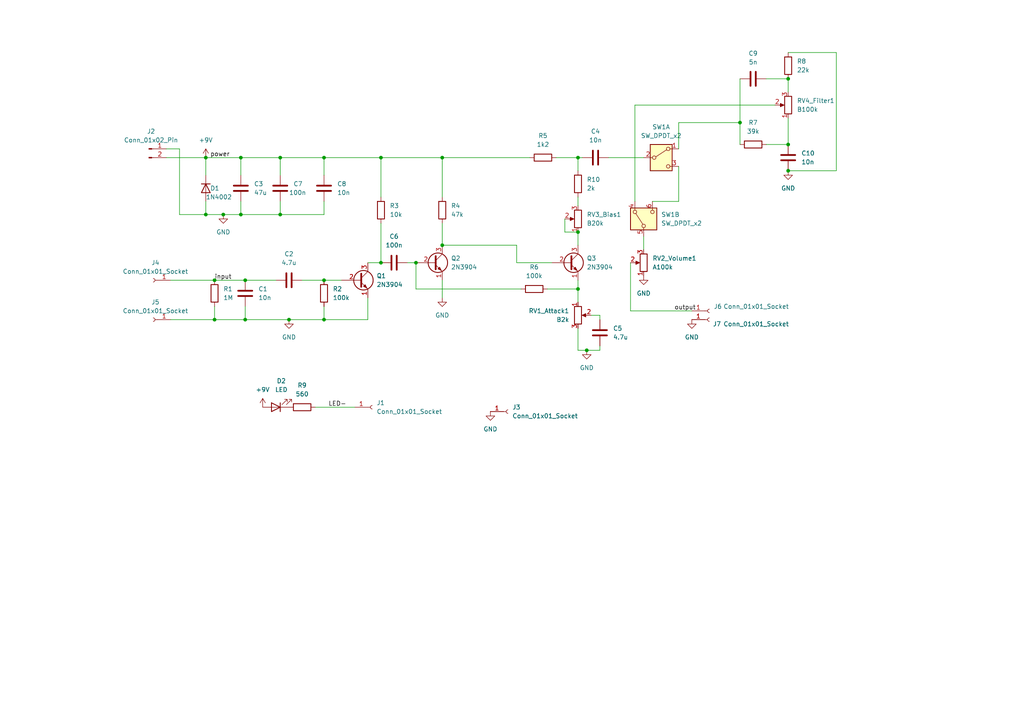
<source format=kicad_sch>
(kicad_sch (version 20231120) (generator "eeschema") (generator_version "8.0")
  (paper "A4")
  (title_block (title "Tone bender fuzz") (date "2024-04-18") (rev "REV 1"))
  (lib_symbols
    (symbol "Connector:Conn_01x01_Socket" (pin_names (offset 1.016) hide)
      (property "Reference" "J" (at 0 2.54 0))
      (property "Value" "Conn_01x01_Socket" (at 0 -2.54 0))
      (symbol "Conn_01x01_Socket_1_1"
        (polyline (pts (xy -1.27 0) (xy -0.508 0)) (stroke (width 0.1524)))
        (arc (start 0 0.508) (mid -0.5058 0) (end 0 -0.508) (stroke (width 0.1524)))
        (pin passive line (at -5.08 0 0) (length 3.81) (name "Pin_1") (number "1"))
      )
    )
    (symbol "Connector:Conn_01x02_Pin" (pin_names (offset 1.016) hide)
      (property "Reference" "J" (at 0 2.54 0))
      (property "Value" "Conn_01x02_Pin" (at 0 -5.08 0))
      (symbol "Conn_01x02_Pin_1_1"
        (polyline (pts (xy 1.27 -2.54) (xy 0.8636 -2.54)) (stroke (width 0.1524)))
        (polyline (pts (xy 1.27 0) (xy 0.8636 0)) (stroke (width 0.1524)))
        (rectangle (start 0.8636 -2.413) (end 0 -2.667) (stroke (width 0.1524)) (fill (type outline)))
        (rectangle (start 0.8636 0.127) (end 0 -0.127) (stroke (width 0.1524)) (fill (type outline)))
        (pin passive line (at 5.08 0 180) (length 3.81) (name "Pin_1") (number "1"))
        (pin passive line (at 5.08 -2.54 180) (length 3.81) (name "Pin_2") (number "2"))
      )
    )
    (symbol "Device:C" (pin_numbers hide) (pin_names (offset 0.254))
      (property "Reference" "C" (at 0.635 2.54 0))
      (property "Value" "C" (at 0.635 -2.54 0))
      (symbol "C_0_1"
        (polyline (pts (xy -2.032 -0.762) (xy 2.032 -0.762)) (stroke (width 0.508)))
        (polyline (pts (xy -2.032 0.762) (xy 2.032 0.762)) (stroke (width 0.508)))
      )
      (symbol "C_1_1"
        (pin passive line (at 0 3.81 270) (length 2.794) (name "~") (number "1"))
        (pin passive line (at 0 -3.81 90) (length 2.794) (name "~") (number "2"))
      )
    )
    (symbol "Device:LED" (pin_numbers hide) (pin_names (offset 1.016) hide)
      (property "Reference" "D" (at 0 2.54 0))
      (property "Value" "LED" (at 0 -2.54 0))
      (symbol "LED_0_1"
        (polyline (pts (xy -1.27 -1.27) (xy -1.27 1.27)) (stroke (width 0.254)))
        (polyline (pts (xy -1.27 0) (xy 1.27 0)))
        (polyline (pts (xy 1.27 -1.27) (xy 1.27 1.27) (xy -1.27 0) (xy 1.27 -1.27)) (stroke (width 0.254)))
        (polyline (pts (xy -3.048 -0.762) (xy -4.572 -2.286) (xy -3.81 -2.286) (xy -4.572 -2.286) (xy -4.572 -1.524)))
        (polyline (pts (xy -1.778 -0.762) (xy -3.302 -2.286) (xy -2.54 -2.286) (xy -3.302 -2.286) (xy -3.302 -1.524)))
      )
      (symbol "LED_1_1"
        (pin passive line (at -3.81 0 0) (length 2.54) (name "K") (number "1"))
        (pin passive line (at 3.81 0 180) (length 2.54) (name "A") (number "2"))
      )
    )
    (symbol "Device:R" (pin_numbers hide) (pin_names (offset 0))
      (property "Reference" "R" (at 2.032 0 90))
      (property "Value" "R" (at 0 0 90))
      (symbol "R_0_1"
        (rectangle (start -1.016 -2.54) (end 1.016 2.54) (stroke (width 0.254)))
      )
      (symbol "R_1_1"
        (pin passive line (at 0 3.81 270) (length 1.27) (name "~") (number "1"))
        (pin passive line (at 0 -3.81 90) (length 1.27) (name "~") (number "2"))
      )
    )
    (symbol "Device:R_Potentiometer" (pin_names (offset 1.016) hide)
      (property "Reference" "RV" (at -4.445 0 90))
      (property "Value" "R_Potentiometer" (at -2.54 0 90))
      (symbol "R_Potentiometer_0_1"
        (polyline (pts (xy 2.54 0) (xy 1.524 0)))
        (polyline (pts (xy 1.143 0) (xy 2.286 0.508) (xy 2.286 -0.508) (xy 1.143 0)) (fill (type outline)))
        (rectangle (start 1.016 2.54) (end -1.016 -2.54) (stroke (width 0.254)))
      )
      (symbol "R_Potentiometer_1_1"
        (pin passive line (at 0 3.81 270) (length 1.27) (name "1") (number "1"))
        (pin passive line (at 3.81 0 180) (length 1.27) (name "2") (number "2"))
        (pin passive line (at 0 -3.81 90) (length 1.27) (name "3") (number "3"))
      )
    )
    (symbol "Diode:1N4002" (pin_numbers hide) (pin_names hide)
      (property "Reference" "D" (at 0 2.54 0))
      (property "Value" "1N4002" (at 0 -2.54 0))
      (symbol "1N4002_0_1"
        (polyline (pts (xy -1.27 1.27) (xy -1.27 -1.27)) (stroke (width 0.254)))
        (polyline (pts (xy 1.27 0) (xy -1.27 0)))
        (polyline (pts (xy 1.27 1.27) (xy 1.27 -1.27) (xy -1.27 0) (xy 1.27 1.27)) (stroke (width 0.254)))
      )
      (symbol "1N4002_1_1"
        (pin passive line (at -3.81 0 0) (length 2.54) (name "K") (number "1"))
        (pin passive line (at 3.81 0 180) (length 2.54) (name "A") (number "2"))
      )
    )
    (symbol "GND_1" (power) (pin_numbers hide) (pin_names (offset 0) hide)
      (property "Value" "GND" (at 0 -3.81 0))
      (symbol "GND_1_0_1"
        (polyline (pts (xy 0 0) (xy 0 -1.27) (xy 1.27 -1.27) (xy 0 -2.54) (xy -1.27 -1.27) (xy 0 -1.27)))
      )
      (symbol "GND_1_1_1"
        (pin power_in line (at 0 0 270) (length 0) (name "~") (number "1"))
      )
    )
    (symbol "GND_2" (power) (pin_numbers hide) (pin_names (offset 0) hide)
      (property "Value" "GND" (at 0 -3.81 0))
      (symbol "GND_2_0_1"
        (polyline (pts (xy 0 0) (xy 0 -1.27) (xy 1.27 -1.27) (xy 0 -2.54) (xy -1.27 -1.27) (xy 0 -1.27)))
      )
      (symbol "GND_2_1_1"
        (pin power_in line (at 0 0 270) (length 0) (name "~") (number "1"))
      )
    )
    (symbol "GND_3" (power) (pin_numbers hide) (pin_names (offset 0) hide)
      (property "Value" "GND" (at 0 -3.81 0))
      (symbol "GND_3_0_1"
        (polyline (pts (xy 0 0) (xy 0 -1.27) (xy 1.27 -1.27) (xy 0 -2.54) (xy -1.27 -1.27) (xy 0 -1.27)))
      )
      (symbol "GND_3_1_1"
        (pin power_in line (at 0 0 270) (length 0) (name "~") (number "1"))
      )
    )
    (symbol "Switch:SW_DPDT_x2" (pin_names (offset 0) hide)
      (property "Reference" "SW" (at 0 5.08 0))
      (property "Value" "SW_DPDT_x2" (at 0 -5.08 0))
      (symbol "SW_DPDT_x2_0_0"
        (circle (center -2.032 0) (radius 0.508))
        (circle (center 2.032 -2.54) (radius 0.508))
      )
      (symbol "SW_DPDT_x2_0_1"
        (rectangle (start -3.175 3.81) (end 3.175 -3.81) (stroke (width 0.254)) (fill (type background)))
        (polyline (pts (xy -1.524 0.254) (xy 1.5748 2.286)))
        (circle (center 2.032 2.54) (radius 0.508))
      )
      (symbol "SW_DPDT_x2_1_1"
        (pin passive line (at 5.08 2.54 180) (length 2.54) (name "A") (number "1"))
        (pin passive line (at -5.08 0 0) (length 2.54) (name "B") (number "2"))
        (pin passive line (at 5.08 -2.54 180) (length 2.54) (name "C") (number "3"))
      )
      (symbol "SW_DPDT_x2_2_1"
        (pin passive line (at 5.08 2.54 180) (length 2.54) (name "A") (number "4"))
        (pin passive line (at -5.08 0 0) (length 2.54) (name "B") (number "5"))
        (pin passive line (at 5.08 -2.54 180) (length 2.54) (name "C") (number "6"))
      )
    )
    (symbol "Transistor_BJT:2N3904" (pin_names (offset 0) hide)
      (property "Reference" "Q" (at 5.08 1.905 0))
      (property "Value" "2N3904" (at 5.08 0 0))
      (symbol "2N3904_0_1"
        (polyline (pts (xy 0.635 0.635) (xy 2.54 2.54)))
        (polyline (pts (xy 0.635 -0.635) (xy 2.54 -2.54) (xy 2.54 -2.54)))
        (polyline (pts (xy 0.635 1.905) (xy 0.635 -1.905) (xy 0.635 -1.905)) (stroke (width 0.508)))
        (polyline (pts (xy 1.27 -1.778) (xy 1.778 -1.27) (xy 2.286 -2.286) (xy 1.27 -1.778) (xy 1.27 -1.778)) (fill (type outline)))
        (circle (center 1.27 0) (radius 2.8194) (stroke (width 0.254)))
      )
      (symbol "2N3904_1_1"
        (pin passive line (at 2.54 -5.08 90) (length 2.54) (name "E") (number "1"))
        (pin passive line (at -5.08 0 0) (length 5.715) (name "B") (number "2"))
        (pin passive line (at 2.54 5.08 270) (length 2.54) (name "C") (number "3"))
      )
    )
    (symbol "power:+9V" (power) (pin_numbers hide) (pin_names (offset 0) hide)
      (property "Value" "+9V" (at 0 3.556 0))
      (symbol "+9V_0_1"
        (polyline (pts (xy -0.762 1.27) (xy 0 2.54)))
        (polyline (pts (xy 0 0) (xy 0 2.54)))
        (polyline (pts (xy 0 2.54) (xy 0.762 1.27)))
      )
      (symbol "+9V_1_1"
        (pin power_in line (at 0 0 90) (length 0) (name "~") (number "1"))
      )
    )
    (symbol "power:GND" (power) (pin_names (offset 0))
      (property "Value" "GND" (at 0 -3.81 0))
      (symbol "GND_0_1"
        (polyline (pts (xy 0 0) (xy 0 -1.27) (xy 1.27 -1.27) (xy 0 -2.54) (xy -1.27 -1.27) (xy 0 -1.27)))
      )
      (symbol "GND_1_1"
        (pin power_in line (at 0 0 270) (length 0) hide (name "GND") (number "1"))
      )
    )
  )
  (junction (at 59.69 45.72))
  (junction (at 59.69 62.23))
  (junction (at 64.77 62.23))
  (junction (at 62.23 92.71))
  (junction (at 110.49 76.2))
  (junction (at 128.27 45.72))
  (junction (at 83.82 92.71))
  (junction (at 228.6 41.91))
  (junction (at 167.64 67.31))
  (junction (at 62.23 81.28))
  (junction (at 69.85 45.72))
  (junction (at 167.64 45.72))
  (junction (at 81.28 45.72))
  (junction (at 170.18 101.6))
  (junction (at 93.98 92.71))
  (junction (at 167.64 83.82))
  (junction (at 110.49 45.72))
  (junction (at 214.63 35.56))
  (junction (at 228.6 49.53))
  (junction (at 120.65 76.2))
  (junction (at 228.6 22.86))
  (junction (at 128.27 71.12))
  (junction (at 81.28 62.23))
  (junction (at 71.12 81.28))
  (junction (at 71.12 92.71))
  (junction (at 93.98 81.28))
  (junction (at 93.98 45.72))
  (junction (at 69.85 62.23))
  (wire (pts (xy 196.85 48.26) (xy 196.85 58.42)))
  (wire (pts (xy 81.28 45.72) (xy 81.28 50.8)))
  (wire (pts (xy 214.63 22.86) (xy 214.63 35.56)))
  (wire (pts (xy 214.63 35.56) (xy 214.63 41.91)))
  (wire (pts (xy 81.28 45.72) (xy 93.98 45.72)))
  (wire (pts (xy 173.99 91.44) (xy 171.45 91.44)))
  (wire (pts (xy 69.85 62.23) (xy 81.28 62.23)))
  (wire (pts (xy 153.67 45.72) (xy 128.27 45.72)))
  (wire (pts (xy 228.6 34.29) (xy 228.6 41.91)))
  (wire (pts (xy 69.85 45.72) (xy 81.28 45.72)))
  (wire (pts (xy 52.07 62.23) (xy 59.69 62.23)))
  (wire (pts (xy 128.27 45.72) (xy 110.49 45.72)))
  (wire (pts (xy 167.64 67.31) (xy 167.64 71.12)))
  (wire (pts (xy 69.85 62.23) (xy 69.85 58.42)))
  (wire (pts (xy 93.98 92.71) (xy 106.68 92.71)))
  (wire (pts (xy 128.27 45.72) (xy 128.27 57.15)))
  (wire (pts (xy 110.49 45.72) (xy 110.49 57.15)))
  (wire (pts (xy 167.64 45.72) (xy 168.91 45.72)))
  (wire (pts (xy 106.68 92.71) (xy 106.68 86.36)))
  (wire (pts (xy 149.86 76.2) (xy 160.02 76.2)))
  (wire (pts (xy 167.64 83.82) (xy 167.64 87.63)))
  (wire (pts (xy 120.65 83.82) (xy 151.13 83.82)))
  (wire (pts (xy 161.29 45.72) (xy 167.64 45.72)))
  (wire (pts (xy 242.57 49.53) (xy 228.6 49.53)))
  (wire (pts (xy 62.23 81.28) (xy 71.12 81.28)))
  (wire (pts (xy 228.6 15.24) (xy 242.57 15.24)))
  (wire (pts (xy 52.07 43.18) (xy 52.07 62.23)))
  (wire (pts (xy 59.69 45.72) (xy 69.85 45.72)))
  (wire (pts (xy 59.69 62.23) (xy 64.77 62.23)))
  (wire (pts (xy 222.25 41.91) (xy 228.6 41.91)))
  (wire (pts (xy 110.49 64.77) (xy 110.49 76.2)))
  (wire (pts (xy 49.53 81.28) (xy 62.23 81.28)))
  (wire (pts (xy 167.64 57.15) (xy 167.64 59.69)))
  (wire (pts (xy 59.69 62.23) (xy 59.69 58.42)))
  (wire (pts (xy 222.25 22.86) (xy 228.6 22.86)))
  (wire (pts (xy 228.6 22.86) (xy 228.6 26.67)))
  (wire (pts (xy 176.53 45.72) (xy 186.69 45.72)))
  (wire (pts (xy 62.23 92.71) (xy 71.12 92.71)))
  (wire (pts (xy 186.69 68.58) (xy 186.69 72.39)))
  (wire (pts (xy 242.57 15.24) (xy 242.57 49.53)))
  (wire (pts (xy 93.98 88.9) (xy 93.98 92.71)))
  (wire (pts (xy 173.99 101.6) (xy 173.99 100.33)))
  (wire (pts (xy 48.26 43.18) (xy 52.07 43.18)))
  (wire (pts (xy 93.98 45.72) (xy 110.49 45.72)))
  (wire (pts (xy 49.53 92.71) (xy 62.23 92.71)))
  (wire (pts (xy 69.85 45.72) (xy 69.85 50.8)))
  (wire (pts (xy 62.23 88.9) (xy 62.23 92.71)))
  (wire (pts (xy 93.98 81.28) (xy 99.06 81.28)))
  (wire (pts (xy 106.68 76.2) (xy 110.49 76.2)))
  (wire (pts (xy 128.27 64.77) (xy 128.27 71.12)))
  (wire (pts (xy 224.79 30.48) (xy 184.15 30.48)))
  (wire (pts (xy 170.18 101.6) (xy 173.99 101.6)))
  (wire (pts (xy 167.64 81.28) (xy 167.64 83.82)))
  (wire (pts (xy 87.63 81.28) (xy 93.98 81.28)))
  (wire (pts (xy 83.82 92.71) (xy 93.98 92.71)))
  (wire (pts (xy 182.88 76.2) (xy 182.88 90.17)))
  (wire (pts (xy 81.28 58.42) (xy 81.28 62.23)))
  (wire (pts (xy 196.85 35.56) (xy 196.85 43.18)))
  (wire (pts (xy 102.87 118.11) (xy 91.44 118.11)))
  (wire (pts (xy 81.28 62.23) (xy 93.98 62.23)))
  (wire (pts (xy 128.27 71.12) (xy 149.86 71.12)))
  (wire (pts (xy 184.15 30.48) (xy 184.15 58.42)))
  (wire (pts (xy 48.26 45.72) (xy 59.69 45.72)))
  (wire (pts (xy 163.83 67.31) (xy 167.64 67.31)))
  (wire (pts (xy 170.18 101.6) (xy 167.64 101.6)))
  (wire (pts (xy 158.75 83.82) (xy 167.64 83.82)))
  (wire (pts (xy 59.69 45.72) (xy 59.69 50.8)))
  (wire (pts (xy 196.85 35.56) (xy 214.63 35.56)))
  (wire (pts (xy 64.77 62.23) (xy 69.85 62.23)))
  (wire (pts (xy 196.85 58.42) (xy 189.23 58.42)))
  (wire (pts (xy 149.86 71.12) (xy 149.86 76.2)))
  (wire (pts (xy 173.99 92.71) (xy 173.99 91.44)))
  (wire (pts (xy 93.98 45.72) (xy 93.98 50.8)))
  (wire (pts (xy 128.27 86.36) (xy 128.27 81.28)))
  (wire (pts (xy 167.64 45.72) (xy 167.64 49.53)))
  (wire (pts (xy 118.11 76.2) (xy 120.65 76.2)))
  (wire (pts (xy 71.12 81.28) (xy 80.01 81.28)))
  (wire (pts (xy 93.98 58.42) (xy 93.98 62.23)))
  (wire (pts (xy 182.88 90.17) (xy 200.66 90.17)))
  (wire (pts (xy 71.12 88.9) (xy 71.12 92.71)))
  (wire (pts (xy 167.64 101.6) (xy 167.64 95.25)))
  (wire (pts (xy 120.65 76.2) (xy 120.65 83.82)))
  (wire (pts (xy 163.83 63.5) (xy 163.83 67.31)))
  (wire (pts (xy 71.12 92.71) (xy 83.82 92.71)))
  (label "output" (at 195.58 90.17 0))
  (label "LED-" (at 95.25 118.11 0))
  (label "input" (at 62.23 81.28 0))
  (label "power" (at 60.96 45.72 0))
  (symbol (lib_name "GND_1") (lib_id "power:GND") (at 200.66 92.71 0) (unit 1)
    (property "Reference" "#PWR06" (effects (hide yes)))
    (property "Value" "GND" (at 200.66 97.79 0))
    (property "Description" "Power symbol creates a global label with name \"GND\" , ground" (effects (hide yes)))
  )
  (symbol (lib_id "Connector:Conn_01x01_Socket") (at 147.32 119.38 0) (unit 1)
    (property "Reference" "J3" (at 148.59 118.1099 0) (effects (justify left)))
    (property "Value" "Conn_01x01_Socket" (at 148.59 120.6499 0) (effects (justify left)))
    (property "Footprint" "Connector_PinSocket_2.54mm:PinSocket_1x01_P2.54mm_Vertical" (effects (hide yes)))
    (property "Description" "Generic connector, single row, 01x01, script generated" (effects (hide yes)))
  )
  (symbol (lib_id "Device:R_Potentiometer") (at 167.64 91.44 0) (unit 1)
    (property "Reference" "RV1_Attack1" (at 165.1 90.1699 0) (effects (justify right)))
    (property "Value" "B2k" (at 165.1 92.7099 0) (effects (justify right)))
    (property "Footprint" "Potentiometer_THT:Potentiometer_Piher_PC-16_Single_Vertical" (effects (hide yes)))
  )
  (symbol (lib_id "Switch:SW_DPDT_x2") (at 191.77 45.72 0) (unit 1)
    (property "Reference" "SW1" (at 191.77 36.83 0))
    (property "Value" "SW_DPDT_x2" (at 191.77 39.37 0))
    (property "Footprint" "Footprints:DPDT" (effects (hide yes)))
    (property "Description" "Switch, dual pole double throw, separate symbols" (effects (hide yes)))
  )
  (symbol (lib_id "Device:R") (at 62.23 85.09 0) (unit 1)
    (property "Reference" "R1" (at 64.77 83.8199 0) (effects (justify left)))
    (property "Value" "1M" (at 64.77 86.3599 0) (effects (justify left)))
    (property "Footprint" "Resistor_SMD:R_0603_1608Metric" (effects (hide yes)))
  )
  (symbol (lib_id "Diode:1N4002") (at 59.69 54.61 270) (unit 1)
    (property "Reference" "D1" (at 60.96 54.61 90) (effects (justify left)))
    (property "Value" "1N4002" (at 59.69 57.15 90) (effects (justify left)))
    (property "Footprint" "Diode_THT:D_DO-41_SOD81_P10.16mm_Horizontal" (effects (hide yes)))
    (property "Datasheet" "http://www.vishay.com/docs/88503/1n4001.pdf" (effects (hide yes)))
    (property "Sim.Device" "D" (effects (hide yes)))
    (property "Sim.Pins" "1=K 2=A" (effects (hide yes)))
  )
  (symbol (lib_id "power:+9V") (at 76.2 118.11 0) (unit 1)
    (property "Reference" "#PWR09" (effects (hide yes)))
    (property "Value" "+9V" (at 76.2 113.03 0))
    (property "Description" "Power symbol creates a global label with name \"+9V\"" (effects (hide yes)))
  )
  (symbol (lib_id "Connector:Conn_01x02_Pin") (at 43.18 43.18 0) (unit 1)
    (property "Reference" "J2" (at 43.815 38.1 0))
    (property "Value" "Conn_01x02_Pin" (at 43.815 40.64 0))
    (property "Footprint" "Connector_PinSocket_2.54mm:PinSocket_1x02_P2.54mm_Vertical" (effects (hide yes)))
    (property "Description" "Generic connector, single row, 01x02, script generated" (effects (hide yes)))
  )
  (symbol (lib_name "GND_2") (lib_id "power:GND") (at 228.6 49.53 0) (unit 1)
    (property "Reference" "#PWR08" (effects (hide yes)))
    (property "Value" "GND" (at 228.6 54.61 0))
    (property "Description" "Power symbol creates a global label with name \"GND\" , ground" (effects (hide yes)))
  )
  (symbol (lib_id "Device:C") (at 173.99 96.52 0) (unit 1)
    (property "Reference" "C5" (at 177.8 95.2499 0) (effects (justify left)))
    (property "Value" "4.7u" (at 177.8 97.7899 0) (effects (justify left)))
    (property "Footprint" "Capacitor_SMD:C_0603_1608Metric" (effects (hide yes)))
  )
  (symbol (lib_id "Device:C") (at 69.85 54.61 0) (unit 1)
    (property "Reference" "C3" (at 73.66 53.3399 0) (effects (justify left)))
    (property "Value" "47u" (at 73.66 55.8799 0) (effects (justify left)))
    (property "Footprint" "Capacitor_SMD:C_1206_3216Metric" (effects (hide yes)))
  )
  (symbol (lib_id "Connector:Conn_01x01_Socket") (at 107.95 118.11 0) (unit 1)
    (property "Reference" "J1" (at 109.22 116.8399 0) (effects (justify left)))
    (property "Value" "Conn_01x01_Socket" (at 109.22 119.3799 0) (effects (justify left)))
    (property "Footprint" "Connector_PinSocket_2.54mm:PinSocket_1x01_P2.54mm_Vertical" (effects (hide yes)))
    (property "Description" "Generic connector, single row, 01x01, script generated" (effects (hide yes)))
  )
  (symbol (lib_id "Device:LED") (at 80.01 118.11 180) (unit 1)
    (property "Reference" "D2" (at 81.5975 110.49 0))
    (property "Value" "LED" (at 81.5975 113.03 0))
    (property "Footprint" "LED_THT:LED_D3.0mm" (effects (hide yes)))
    (property "Description" "Light emitting diode" (effects (hide yes)))
  )
  (symbol (lib_id "Device:C") (at 81.28 54.61 0) (unit 1)
    (property "Reference" "C7" (at 85.09 53.3399 0) (effects (justify left)))
    (property "Value" "100n" (at 83.82 55.88 0) (effects (justify left)))
    (property "Footprint" "Capacitor_SMD:C_0603_1608Metric" (effects (hide yes)))
    (property "Description" "Unpolarized capacitor" (effects (hide yes)))
  )
  (symbol (lib_id "Device:R") (at 157.48 45.72 90) (unit 1)
    (property "Reference" "R5" (at 157.48 39.37 90))
    (property "Value" "1k2" (at 157.48 41.91 90))
    (property "Footprint" "Resistor_SMD:R_0603_1608Metric" (effects (hide yes)))
  )
  (symbol (lib_id "Device:C") (at 114.3 76.2 90) (unit 1)
    (property "Reference" "C6" (at 114.3 68.58 90))
    (property "Value" "100n" (at 114.3 71.12 90))
    (property "Footprint" "Capacitor_SMD:C_0603_1608Metric" (effects (hide yes)))
  )
  (symbol (lib_id "power:GND") (at 128.27 86.36 0) (unit 1)
    (property "Reference" "#PWR02" (effects (hide yes)))
    (property "Value" "GND" (at 128.27 91.44 0))
  )
  (symbol (lib_id "Device:R") (at 93.98 85.09 0) (unit 1)
    (property "Reference" "R2" (at 96.52 83.8199 0) (effects (justify left)))
    (property "Value" "100k" (at 96.52 86.3599 0) (effects (justify left)))
    (property "Footprint" "Resistor_SMD:R_0603_1608Metric" (effects (hide yes)))
  )
  (symbol (lib_id "Device:R") (at 228.6 19.05 180) (unit 1)
    (property "Reference" "R8" (at 231.14 17.7799 0) (effects (justify right)))
    (property "Value" "22k" (at 231.14 20.3199 0) (effects (justify right)))
    (property "Footprint" "Resistor_SMD:R_0603_1608Metric" (effects (hide yes)))
    (property "Description" "Resistor" (effects (hide yes)))
  )
  (symbol (lib_id "Device:C") (at 93.98 54.61 0) (unit 1)
    (property "Reference" "C8" (at 97.79 53.3399 0) (effects (justify left)))
    (property "Value" "10n" (at 97.79 55.8799 0) (effects (justify left)))
    (property "Footprint" "Capacitor_SMD:C_0603_1608Metric" (effects (hide yes)))
    (property "Description" "Unpolarized capacitor" (effects (hide yes)))
  )
  (symbol (lib_id "Device:R") (at 167.64 53.34 0) (unit 1)
    (property "Reference" "R10" (at 170.18 52.0699 0) (effects (justify left)))
    (property "Value" "2k" (at 170.18 54.6099 0) (effects (justify left)))
    (property "Footprint" "Resistor_SMD:R_0603_1608Metric" (effects (hide yes)))
    (property "Description" "Resistor" (effects (hide yes)))
  )
  (symbol (lib_id "Device:C") (at 228.6 45.72 0) (unit 1)
    (property "Reference" "C10" (at 232.41 44.4499 0) (effects (justify left)))
    (property "Value" "10n" (at 232.41 46.9899 0) (effects (justify left)))
    (property "Footprint" "Capacitor_SMD:C_0603_1608Metric" (effects (hide yes)))
    (property "Description" "Unpolarized capacitor" (effects (hide yes)))
  )
  (symbol (lib_id "Transistor_BJT:2N3904") (at 104.14 81.28 0) (unit 1)
    (property "Reference" "Q1" (at 109.22 80.01 0) (effects (justify left)))
    (property "Value" "2N3904" (at 109.22 82.55 0) (effects (justify left)))
    (property "Footprint" "Package_TO_SOT_THT:TO-92_Inline" (effects (hide yes)))
    (property "Datasheet" "https://www.onsemi.com/pub/Collateral/2N3903-D.PDF" (effects (hide yes)))
  )
  (symbol (lib_id "Device:R") (at 87.63 118.11 90) (unit 1)
    (property "Reference" "R9" (at 87.63 111.76 90))
    (property "Value" "560" (at 87.63 114.3 90))
    (property "Footprint" "Resistor_SMD:R_0603_1608Metric" (effects (hide yes)))
    (property "Description" "Resistor" (effects (hide yes)))
  )
  (symbol (lib_id "Connector:Conn_01x01_Socket") (at 205.74 92.71 0) (unit 1)
    (property "Reference" "J7" (at 206.756 93.98 0) (effects (justify left)))
    (property "Value" "Conn_01x01_Socket" (at 209.804 93.98 0) (effects (justify left)))
    (property "Footprint" "Connector_PinSocket_2.54mm:PinSocket_1x01_P2.54mm_Vertical" (effects (hide yes)))
    (property "Description" "Generic connector, single row, 01x01, script generated" (effects (hide yes)))
  )
  (symbol (lib_id "Connector:Conn_01x01_Socket") (at 44.45 92.71 180) (unit 1)
    (property "Reference" "J5" (at 45.085 87.63 0))
    (property "Value" "Conn_01x01_Socket" (at 45.085 90.17 0))
    (property "Footprint" "Connector_PinSocket_2.54mm:PinSocket_1x01_P2.54mm_Vertical" (effects (hide yes)))
    (property "Description" "Generic connector, single row, 01x01, script generated" (effects (hide yes)))
  )
  (symbol (lib_id "power:GND") (at 64.77 62.23 0) (unit 1)
    (property "Reference" "#PWR04" (effects (hide yes)))
    (property "Value" "GND" (at 64.77 67.31 0))
  )
  (symbol (lib_id "Connector:Conn_01x01_Socket") (at 44.45 81.28 180) (unit 1)
    (property "Reference" "J4" (at 45.085 76.2 0))
    (property "Value" "Conn_01x01_Socket" (at 45.085 78.74 0))
    (property "Footprint" "Connector_PinSocket_2.54mm:PinSocket_1x01_P2.54mm_Vertical" (effects (hide yes)))
    (property "Description" "Generic connector, single row, 01x01, script generated" (effects (hide yes)))
  )
  (symbol (lib_id "Device:C") (at 218.44 22.86 90) (unit 1)
    (property "Reference" "C9" (at 218.44 15.494 90))
    (property "Value" "5n" (at 218.44 18.034 90))
    (property "Footprint" "Capacitor_SMD:C_0603_1608Metric" (effects (hide yes)))
    (property "Description" "Unpolarized capacitor" (effects (hide yes)))
  )
  (symbol (lib_id "Device:R_Potentiometer") (at 167.64 63.5 180) (unit 1)
    (property "Reference" "RV3_Bias1" (at 170.18 62.2299 0) (effects (justify right)))
    (property "Value" "B20k" (at 170.18 64.7699 0) (effects (justify right)))
    (property "Footprint" "Potentiometer_THT:Potentiometer_Piher_PC-16_Single_Vertical" (effects (hide yes)))
  )
  (symbol (lib_id "Device:R") (at 218.44 41.91 90) (unit 1)
    (property "Reference" "R7" (at 218.44 35.56 90))
    (property "Value" "39k" (at 218.44 38.1 90))
    (property "Footprint" "Resistor_SMD:R_0603_1608Metric" (effects (hide yes)))
    (property "Description" "Resistor" (effects (hide yes)))
  )
  (symbol (lib_name "GND_3") (lib_id "power:GND") (at 142.24 119.38 0) (unit 1)
    (property "Reference" "#PWR010" (effects (hide yes)))
    (property "Value" "GND" (at 142.24 124.46 0))
    (property "Description" "Power symbol creates a global label with name \"GND\" , ground" (effects (hide yes)))
  )
  (symbol (lib_id "Connector:Conn_01x01_Socket") (at 205.74 90.17 0) (unit 1)
    (property "Reference" "J6" (at 207.01 88.8999 0) (effects (justify left)))
    (property "Value" "Conn_01x01_Socket" (at 209.804 88.9 0) (effects (justify left)))
    (property "Footprint" "Connector_PinSocket_2.54mm:PinSocket_1x01_P2.54mm_Vertical" (effects (hide yes)))
    (property "Description" "Generic connector, single row, 01x01, script generated" (effects (hide yes)))
  )
  (symbol (lib_id "Device:C") (at 172.72 45.72 270) (unit 1)
    (property "Reference" "C4" (at 172.72 38.1 90))
    (property "Value" "10n" (at 172.72 40.64 90))
    (property "Footprint" "Capacitor_SMD:C_0603_1608Metric" (effects (hide yes)))
  )
  (symbol (lib_id "Switch:SW_DPDT_x2") (at 186.69 63.5 90) (unit 2)
    (property "Reference" "SW1" (at 191.77 62.2299 90) (effects (justify right)))
    (property "Value" "SW_DPDT_x2" (at 191.77 64.7699 90) (effects (justify right)))
    (property "Footprint" "Footprints:DPDT" (effects (hide yes)))
    (property "Description" "Switch, dual pole double throw, separate symbols" (effects (hide yes)))
  )
  (symbol (lib_id "Device:C") (at 71.12 85.09 0) (unit 1)
    (property "Reference" "C1" (at 74.93 83.8199 0) (effects (justify left)))
    (property "Value" "10n" (at 74.93 86.3599 0) (effects (justify left)))
    (property "Footprint" "Capacitor_SMD:C_0603_1608Metric" (effects (hide yes)))
  )
  (symbol (lib_id "Device:C") (at 83.82 81.28 90) (unit 1)
    (property "Reference" "C2" (at 83.82 73.66 90))
    (property "Value" "4.7u" (at 83.82 76.2 90))
    (property "Footprint" "Capacitor_SMD:C_0603_1608Metric" (effects (hide yes)))
  )
  (symbol (lib_id "power:GND") (at 83.82 92.71 0) (unit 1)
    (property "Reference" "#PWR01" (effects (hide yes)))
    (property "Value" "GND" (at 83.82 97.79 0))
  )
  (symbol (lib_id "Device:R") (at 128.27 60.96 0) (unit 1)
    (property "Reference" "R4" (at 130.81 59.6899 0) (effects (justify left)))
    (property "Value" "47k" (at 130.81 62.2299 0) (effects (justify left)))
    (property "Footprint" "Resistor_SMD:R_0603_1608Metric" (effects (hide yes)))
  )
  (symbol (lib_id "Device:R_Potentiometer") (at 186.69 76.2 180) (unit 1)
    (property "Reference" "RV2_Volume1" (at 189.23 74.9299 0) (effects (justify right)))
    (property "Value" "A100k" (at 189.23 77.4699 0) (effects (justify right)))
    (property "Footprint" "Potentiometer_THT:Potentiometer_Piher_PC-16_Single_Vertical" (effects (hide yes)))
  )
  (symbol (lib_id "Device:R") (at 154.94 83.82 90) (unit 1)
    (property "Reference" "R6" (at 154.94 77.47 90))
    (property "Value" "100k" (at 154.94 80.01 90))
    (property "Footprint" "Resistor_SMD:R_0603_1608Metric" (effects (hide yes)))
  )
  (symbol (lib_id "Transistor_BJT:2N3904") (at 125.73 76.2 0) (unit 1)
    (property "Reference" "Q2" (at 130.81 74.93 0) (effects (justify left)))
    (property "Value" "2N3904" (at 130.81 77.47 0) (effects (justify left)))
    (property "Footprint" "Package_TO_SOT_THT:TO-92_Inline" (effects (hide yes)))
    (property "Datasheet" "https://www.onsemi.com/pub/Collateral/2N3903-D.PDF" (effects (hide yes)))
  )
  (symbol (lib_id "power:+9V") (at 59.69 45.72 0) (unit 1)
    (property "Reference" "#PWR07" (effects (hide yes)))
    (property "Value" "+9V" (at 59.69 40.64 0))
    (property "Description" "Power symbol creates a global label with name \"+9V\"" (effects (hide yes)))
  )
  (symbol (lib_id "Transistor_BJT:2N3904") (at 165.1 76.2 0) (unit 1)
    (property "Reference" "Q3" (at 170.18 74.93 0) (effects (justify left)))
    (property "Value" "2N3904" (at 170.18 77.47 0) (effects (justify left)))
    (property "Footprint" "Package_TO_SOT_THT:TO-92_Inline" (effects (hide yes)))
    (property "Datasheet" "https://www.onsemi.com/pub/Collateral/2N3903-D.PDF" (effects (hide yes)))
  )
  (symbol (lib_id "Device:R") (at 110.49 60.96 0) (unit 1)
    (property "Reference" "R3" (at 113.03 59.6899 0) (effects (justify left)))
    (property "Value" "10k" (at 113.03 62.2299 0) (effects (justify left)))
    (property "Footprint" "Resistor_SMD:R_0603_1608Metric" (effects (hide yes)))
  )
  (symbol (lib_id "power:GND") (at 170.18 101.6 0) (unit 1)
    (property "Reference" "#PWR03" (effects (hide yes)))
    (property "Value" "GND" (at 170.18 106.68 0))
  )
  (symbol (lib_id "power:GND") (at 186.69 80.01 0) (unit 1)
    (property "Reference" "#PWR05" (effects (hide yes)))
    (property "Value" "GND" (at 186.69 85.09 0))
  )
  (symbol (lib_id "Device:R_Potentiometer") (at 228.6 30.48 180) (unit 1)
    (property "Reference" "RV4_Filter1" (at 231.14 29.2099 0) (effects (justify right)))
    (property "Value" "B100k" (at 231.14 31.7499 0) (effects (justify right)))
    (property "Footprint" "Potentiometer_THT:Potentiometer_Piher_PC-16_Single_Vertical" (effects (hide yes)))
    (property "Description" "Potentiometer" (effects (hide yes)))
  )
)
</source>
